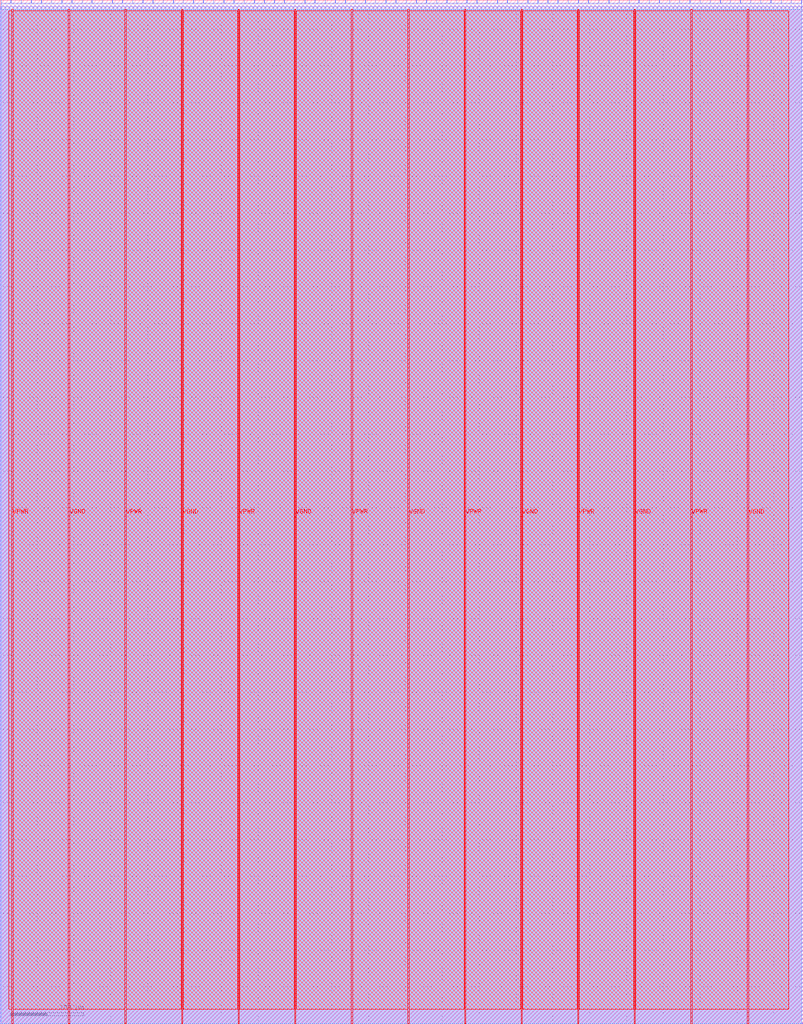
<source format=lef>
VERSION 5.7 ;
  NOWIREEXTENSIONATPIN ON ;
  DIVIDERCHAR "/" ;
  BUSBITCHARS "[]" ;
MACRO DFFRAM
  CLASS BLOCK ;
  FOREIGN DFFRAM ;
  ORIGIN 0.000 0.000 ;
  SIZE 1089.845 BY 1389.360 ;
  PIN A[0]
    DIRECTION INPUT ;
    USE SIGNAL ;
    PORT
      LAYER met2 ;
        RECT 440.960 1385.360 441.240 1389.360 ;
    END
  END A[0]
  PIN A[1]
    DIRECTION INPUT ;
    USE SIGNAL ;
    PORT
      LAYER met2 ;
        RECT 454.760 1385.360 455.040 1389.360 ;
    END
  END A[1]
  PIN A[2]
    DIRECTION INPUT ;
    USE SIGNAL ;
    PORT
      LAYER met2 ;
        RECT 468.560 1385.360 468.840 1389.360 ;
    END
  END A[2]
  PIN A[3]
    DIRECTION INPUT ;
    USE SIGNAL ;
    PORT
      LAYER met2 ;
        RECT 482.360 1385.360 482.640 1389.360 ;
    END
  END A[3]
  PIN A[4]
    DIRECTION INPUT ;
    USE SIGNAL ;
    PORT
      LAYER met2 ;
        RECT 495.700 1385.360 495.980 1389.360 ;
    END
  END A[4]
  PIN A[5]
    DIRECTION INPUT ;
    USE SIGNAL ;
    PORT
      LAYER met2 ;
        RECT 509.500 1385.360 509.780 1389.360 ;
    END
  END A[5]
  PIN A[6]
    DIRECTION INPUT ;
    USE SIGNAL ;
    PORT
      LAYER met2 ;
        RECT 523.300 1385.360 523.580 1389.360 ;
    END
  END A[6]
  PIN A[7]
    DIRECTION INPUT ;
    USE SIGNAL ;
    PORT
      LAYER met2 ;
        RECT 537.100 1385.360 537.380 1389.360 ;
    END
  END A[7]
  PIN A[8]
    DIRECTION INPUT ;
    USE SIGNAL ;
    PORT
      LAYER met2 ;
        RECT 550.900 1385.360 551.180 1389.360 ;
    END
  END A[8]
  PIN A[9]
    DIRECTION INPUT ;
    USE SIGNAL ;
    PORT
      LAYER met2 ;
        RECT 564.700 1385.360 564.980 1389.360 ;
    END
  END A[9]
  PIN CLK
    DIRECTION INPUT ;
    USE SIGNAL ;
    PORT
      LAYER met2 ;
        RECT 578.500 1385.360 578.780 1389.360 ;
    END
  END CLK
  PIN Di[0]
    DIRECTION INPUT ;
    USE SIGNAL ;
    PORT
      LAYER met2 ;
        RECT 660.840 1385.360 661.120 1389.360 ;
    END
  END Di[0]
  PIN Di[10]
    DIRECTION INPUT ;
    USE SIGNAL ;
    PORT
      LAYER met2 ;
        RECT 798.380 1385.360 798.660 1389.360 ;
    END
  END Di[10]
  PIN Di[11]
    DIRECTION INPUT ;
    USE SIGNAL ;
    PORT
      LAYER met2 ;
        RECT 812.180 1385.360 812.460 1389.360 ;
    END
  END Di[11]
  PIN Di[12]
    DIRECTION INPUT ;
    USE SIGNAL ;
    PORT
      LAYER met2 ;
        RECT 825.980 1385.360 826.260 1389.360 ;
    END
  END Di[12]
  PIN Di[13]
    DIRECTION INPUT ;
    USE SIGNAL ;
    PORT
      LAYER met2 ;
        RECT 839.780 1385.360 840.060 1389.360 ;
    END
  END Di[13]
  PIN Di[14]
    DIRECTION INPUT ;
    USE SIGNAL ;
    PORT
      LAYER met2 ;
        RECT 853.580 1385.360 853.860 1389.360 ;
    END
  END Di[14]
  PIN Di[15]
    DIRECTION INPUT ;
    USE SIGNAL ;
    PORT
      LAYER met2 ;
        RECT 866.920 1385.360 867.200 1389.360 ;
    END
  END Di[15]
  PIN Di[16]
    DIRECTION INPUT ;
    USE SIGNAL ;
    PORT
      LAYER met2 ;
        RECT 880.720 1385.360 881.000 1389.360 ;
    END
  END Di[16]
  PIN Di[17]
    DIRECTION INPUT ;
    USE SIGNAL ;
    PORT
      LAYER met2 ;
        RECT 894.520 1385.360 894.800 1389.360 ;
    END
  END Di[17]
  PIN Di[18]
    DIRECTION INPUT ;
    USE SIGNAL ;
    PORT
      LAYER met2 ;
        RECT 908.320 1385.360 908.600 1389.360 ;
    END
  END Di[18]
  PIN Di[19]
    DIRECTION INPUT ;
    USE SIGNAL ;
    PORT
      LAYER met2 ;
        RECT 922.120 1385.360 922.400 1389.360 ;
    END
  END Di[19]
  PIN Di[1]
    DIRECTION INPUT ;
    USE SIGNAL ;
    PORT
      LAYER met2 ;
        RECT 674.640 1385.360 674.920 1389.360 ;
    END
  END Di[1]
  PIN Di[20]
    DIRECTION INPUT ;
    USE SIGNAL ;
    PORT
      LAYER met2 ;
        RECT 935.920 1385.360 936.200 1389.360 ;
    END
  END Di[20]
  PIN Di[21]
    DIRECTION INPUT ;
    USE SIGNAL ;
    PORT
      LAYER met2 ;
        RECT 949.720 1385.360 950.000 1389.360 ;
    END
  END Di[21]
  PIN Di[22]
    DIRECTION INPUT ;
    USE SIGNAL ;
    PORT
      LAYER met2 ;
        RECT 963.520 1385.360 963.800 1389.360 ;
    END
  END Di[22]
  PIN Di[23]
    DIRECTION INPUT ;
    USE SIGNAL ;
    PORT
      LAYER met2 ;
        RECT 977.320 1385.360 977.600 1389.360 ;
    END
  END Di[23]
  PIN Di[24]
    DIRECTION INPUT ;
    USE SIGNAL ;
    PORT
      LAYER met2 ;
        RECT 990.660 1385.360 990.940 1389.360 ;
    END
  END Di[24]
  PIN Di[25]
    DIRECTION INPUT ;
    USE SIGNAL ;
    PORT
      LAYER met2 ;
        RECT 1004.460 1385.360 1004.740 1389.360 ;
    END
  END Di[25]
  PIN Di[26]
    DIRECTION INPUT ;
    USE SIGNAL ;
    PORT
      LAYER met2 ;
        RECT 1018.260 1385.360 1018.540 1389.360 ;
    END
  END Di[26]
  PIN Di[27]
    DIRECTION INPUT ;
    USE SIGNAL ;
    PORT
      LAYER met2 ;
        RECT 1032.060 1385.360 1032.340 1389.360 ;
    END
  END Di[27]
  PIN Di[28]
    DIRECTION INPUT ;
    USE SIGNAL ;
    PORT
      LAYER met2 ;
        RECT 1045.860 1385.360 1046.140 1389.360 ;
    END
  END Di[28]
  PIN Di[29]
    DIRECTION INPUT ;
    USE SIGNAL ;
    PORT
      LAYER met2 ;
        RECT 1059.660 1385.360 1059.940 1389.360 ;
    END
  END Di[29]
  PIN Di[2]
    DIRECTION INPUT ;
    USE SIGNAL ;
    PORT
      LAYER met2 ;
        RECT 688.440 1385.360 688.720 1389.360 ;
    END
  END Di[2]
  PIN Di[30]
    DIRECTION INPUT ;
    USE SIGNAL ;
    PORT
      LAYER met2 ;
        RECT 1073.460 1385.360 1073.740 1389.360 ;
    END
  END Di[30]
  PIN Di[31]
    DIRECTION INPUT ;
    USE SIGNAL ;
    PORT
      LAYER met2 ;
        RECT 1087.260 1385.360 1087.540 1389.360 ;
    END
  END Di[31]
  PIN Di[3]
    DIRECTION INPUT ;
    USE SIGNAL ;
    PORT
      LAYER met2 ;
        RECT 702.240 1385.360 702.520 1389.360 ;
    END
  END Di[3]
  PIN Di[4]
    DIRECTION INPUT ;
    USE SIGNAL ;
    PORT
      LAYER met2 ;
        RECT 716.040 1385.360 716.320 1389.360 ;
    END
  END Di[4]
  PIN Di[5]
    DIRECTION INPUT ;
    USE SIGNAL ;
    PORT
      LAYER met2 ;
        RECT 729.840 1385.360 730.120 1389.360 ;
    END
  END Di[5]
  PIN Di[6]
    DIRECTION INPUT ;
    USE SIGNAL ;
    PORT
      LAYER met2 ;
        RECT 743.180 1385.360 743.460 1389.360 ;
    END
  END Di[6]
  PIN Di[7]
    DIRECTION INPUT ;
    USE SIGNAL ;
    PORT
      LAYER met2 ;
        RECT 756.980 1385.360 757.260 1389.360 ;
    END
  END Di[7]
  PIN Di[8]
    DIRECTION INPUT ;
    USE SIGNAL ;
    PORT
      LAYER met2 ;
        RECT 770.780 1385.360 771.060 1389.360 ;
    END
  END Di[8]
  PIN Di[9]
    DIRECTION INPUT ;
    USE SIGNAL ;
    PORT
      LAYER met2 ;
        RECT 784.580 1385.360 784.860 1389.360 ;
    END
  END Di[9]
  PIN Do[0]
    DIRECTION OUTPUT TRISTATE ;
    USE SIGNAL ;
    PORT
      LAYER met2 ;
        RECT 1.200 1385.360 1.480 1389.360 ;
    END
  END Do[0]
  PIN Do[10]
    DIRECTION OUTPUT TRISTATE ;
    USE SIGNAL ;
    PORT
      LAYER met2 ;
        RECT 138.280 1385.360 138.560 1389.360 ;
    END
  END Do[10]
  PIN Do[11]
    DIRECTION OUTPUT TRISTATE ;
    USE SIGNAL ;
    PORT
      LAYER met2 ;
        RECT 152.080 1385.360 152.360 1389.360 ;
    END
  END Do[11]
  PIN Do[12]
    DIRECTION OUTPUT TRISTATE ;
    USE SIGNAL ;
    PORT
      LAYER met2 ;
        RECT 165.880 1385.360 166.160 1389.360 ;
    END
  END Do[12]
  PIN Do[13]
    DIRECTION OUTPUT TRISTATE ;
    USE SIGNAL ;
    PORT
      LAYER met2 ;
        RECT 179.680 1385.360 179.960 1389.360 ;
    END
  END Do[13]
  PIN Do[14]
    DIRECTION OUTPUT TRISTATE ;
    USE SIGNAL ;
    PORT
      LAYER met2 ;
        RECT 193.480 1385.360 193.760 1389.360 ;
    END
  END Do[14]
  PIN Do[15]
    DIRECTION OUTPUT TRISTATE ;
    USE SIGNAL ;
    PORT
      LAYER met2 ;
        RECT 207.280 1385.360 207.560 1389.360 ;
    END
  END Do[15]
  PIN Do[16]
    DIRECTION OUTPUT TRISTATE ;
    USE SIGNAL ;
    PORT
      LAYER met2 ;
        RECT 221.080 1385.360 221.360 1389.360 ;
    END
  END Do[16]
  PIN Do[17]
    DIRECTION OUTPUT TRISTATE ;
    USE SIGNAL ;
    PORT
      LAYER met2 ;
        RECT 234.880 1385.360 235.160 1389.360 ;
    END
  END Do[17]
  PIN Do[18]
    DIRECTION OUTPUT TRISTATE ;
    USE SIGNAL ;
    PORT
      LAYER met2 ;
        RECT 248.220 1385.360 248.500 1389.360 ;
    END
  END Do[18]
  PIN Do[19]
    DIRECTION OUTPUT TRISTATE ;
    USE SIGNAL ;
    PORT
      LAYER met2 ;
        RECT 262.020 1385.360 262.300 1389.360 ;
    END
  END Do[19]
  PIN Do[1]
    DIRECTION OUTPUT TRISTATE ;
    USE SIGNAL ;
    PORT
      LAYER met2 ;
        RECT 14.540 1385.360 14.820 1389.360 ;
    END
  END Do[1]
  PIN Do[20]
    DIRECTION OUTPUT TRISTATE ;
    USE SIGNAL ;
    PORT
      LAYER met2 ;
        RECT 275.820 1385.360 276.100 1389.360 ;
    END
  END Do[20]
  PIN Do[21]
    DIRECTION OUTPUT TRISTATE ;
    USE SIGNAL ;
    PORT
      LAYER met2 ;
        RECT 289.620 1385.360 289.900 1389.360 ;
    END
  END Do[21]
  PIN Do[22]
    DIRECTION OUTPUT TRISTATE ;
    USE SIGNAL ;
    PORT
      LAYER met2 ;
        RECT 303.420 1385.360 303.700 1389.360 ;
    END
  END Do[22]
  PIN Do[23]
    DIRECTION OUTPUT TRISTATE ;
    USE SIGNAL ;
    PORT
      LAYER met2 ;
        RECT 317.220 1385.360 317.500 1389.360 ;
    END
  END Do[23]
  PIN Do[24]
    DIRECTION OUTPUT TRISTATE ;
    USE SIGNAL ;
    PORT
      LAYER met2 ;
        RECT 331.020 1385.360 331.300 1389.360 ;
    END
  END Do[24]
  PIN Do[25]
    DIRECTION OUTPUT TRISTATE ;
    USE SIGNAL ;
    PORT
      LAYER met2 ;
        RECT 344.820 1385.360 345.100 1389.360 ;
    END
  END Do[25]
  PIN Do[26]
    DIRECTION OUTPUT TRISTATE ;
    USE SIGNAL ;
    PORT
      LAYER met2 ;
        RECT 358.620 1385.360 358.900 1389.360 ;
    END
  END Do[26]
  PIN Do[27]
    DIRECTION OUTPUT TRISTATE ;
    USE SIGNAL ;
    PORT
      LAYER met2 ;
        RECT 371.960 1385.360 372.240 1389.360 ;
    END
  END Do[27]
  PIN Do[28]
    DIRECTION OUTPUT TRISTATE ;
    USE SIGNAL ;
    PORT
      LAYER met2 ;
        RECT 385.760 1385.360 386.040 1389.360 ;
    END
  END Do[28]
  PIN Do[29]
    DIRECTION OUTPUT TRISTATE ;
    USE SIGNAL ;
    PORT
      LAYER met2 ;
        RECT 399.560 1385.360 399.840 1389.360 ;
    END
  END Do[29]
  PIN Do[2]
    DIRECTION OUTPUT TRISTATE ;
    USE SIGNAL ;
    PORT
      LAYER met2 ;
        RECT 28.340 1385.360 28.620 1389.360 ;
    END
  END Do[2]
  PIN Do[30]
    DIRECTION OUTPUT TRISTATE ;
    USE SIGNAL ;
    PORT
      LAYER met2 ;
        RECT 413.360 1385.360 413.640 1389.360 ;
    END
  END Do[30]
  PIN Do[31]
    DIRECTION OUTPUT TRISTATE ;
    USE SIGNAL ;
    PORT
      LAYER met2 ;
        RECT 427.160 1385.360 427.440 1389.360 ;
    END
  END Do[31]
  PIN Do[3]
    DIRECTION OUTPUT TRISTATE ;
    USE SIGNAL ;
    PORT
      LAYER met2 ;
        RECT 42.140 1385.360 42.420 1389.360 ;
    END
  END Do[3]
  PIN Do[4]
    DIRECTION OUTPUT TRISTATE ;
    USE SIGNAL ;
    PORT
      LAYER met2 ;
        RECT 55.940 1385.360 56.220 1389.360 ;
    END
  END Do[4]
  PIN Do[5]
    DIRECTION OUTPUT TRISTATE ;
    USE SIGNAL ;
    PORT
      LAYER met2 ;
        RECT 69.740 1385.360 70.020 1389.360 ;
    END
  END Do[5]
  PIN Do[6]
    DIRECTION OUTPUT TRISTATE ;
    USE SIGNAL ;
    PORT
      LAYER met2 ;
        RECT 83.540 1385.360 83.820 1389.360 ;
    END
  END Do[6]
  PIN Do[7]
    DIRECTION OUTPUT TRISTATE ;
    USE SIGNAL ;
    PORT
      LAYER met2 ;
        RECT 97.340 1385.360 97.620 1389.360 ;
    END
  END Do[7]
  PIN Do[8]
    DIRECTION OUTPUT TRISTATE ;
    USE SIGNAL ;
    PORT
      LAYER met2 ;
        RECT 111.140 1385.360 111.420 1389.360 ;
    END
  END Do[8]
  PIN Do[9]
    DIRECTION OUTPUT TRISTATE ;
    USE SIGNAL ;
    PORT
      LAYER met2 ;
        RECT 124.480 1385.360 124.760 1389.360 ;
    END
  END Do[9]
  PIN EN
    DIRECTION INPUT ;
    USE SIGNAL ;
    PORT
      LAYER met2 ;
        RECT 647.040 1385.360 647.320 1389.360 ;
    END
  END EN
  PIN WE[0]
    DIRECTION INPUT ;
    USE SIGNAL ;
    PORT
      LAYER met2 ;
        RECT 592.300 1385.360 592.580 1389.360 ;
    END
  END WE[0]
  PIN WE[1]
    DIRECTION INPUT ;
    USE SIGNAL ;
    PORT
      LAYER met2 ;
        RECT 606.100 1385.360 606.380 1389.360 ;
    END
  END WE[1]
  PIN WE[2]
    DIRECTION INPUT ;
    USE SIGNAL ;
    PORT
      LAYER met2 ;
        RECT 619.440 1385.360 619.720 1389.360 ;
    END
  END WE[2]
  PIN WE[3]
    DIRECTION INPUT ;
    USE SIGNAL ;
    PORT
      LAYER met2 ;
        RECT 633.240 1385.360 633.520 1389.360 ;
    END
  END WE[3]
  PIN VPWR
    DIRECTION INOUT ;
    USE POWER ;
    PORT
      LAYER met4 ;
        RECT 937.310 0.000 938.910 1376.800 ;
    END
  END VPWR
  PIN VPWR
    DIRECTION INOUT ;
    USE POWER ;
    PORT
      LAYER met4 ;
        RECT 783.710 0.000 785.310 1376.800 ;
    END
  END VPWR
  PIN VPWR
    DIRECTION INOUT ;
    USE POWER ;
    PORT
      LAYER met4 ;
        RECT 630.110 0.000 631.710 1376.800 ;
    END
  END VPWR
  PIN VPWR
    DIRECTION INOUT ;
    USE POWER ;
    PORT
      LAYER met4 ;
        RECT 476.510 0.000 478.110 1376.800 ;
    END
  END VPWR
  PIN VPWR
    DIRECTION INOUT ;
    USE POWER ;
    PORT
      LAYER met4 ;
        RECT 322.910 0.000 324.510 1376.800 ;
    END
  END VPWR
  PIN VPWR
    DIRECTION INOUT ;
    USE POWER ;
    PORT
      LAYER met4 ;
        RECT 169.310 0.000 170.910 1376.800 ;
    END
  END VPWR
  PIN VPWR
    DIRECTION INOUT ;
    USE POWER ;
    PORT
      LAYER met4 ;
        RECT 15.710 0.000 17.310 1376.800 ;
    END
  END VPWR
  PIN VGND
    DIRECTION INOUT ;
    USE GROUND ;
    PORT
      LAYER met4 ;
        RECT 1014.110 0.000 1015.710 1376.800 ;
    END
  END VGND
  PIN VGND
    DIRECTION INOUT ;
    USE GROUND ;
    PORT
      LAYER met4 ;
        RECT 860.510 0.000 862.110 1376.800 ;
    END
  END VGND
  PIN VGND
    DIRECTION INOUT ;
    USE GROUND ;
    PORT
      LAYER met4 ;
        RECT 706.910 0.000 708.510 1376.800 ;
    END
  END VGND
  PIN VGND
    DIRECTION INOUT ;
    USE GROUND ;
    PORT
      LAYER met4 ;
        RECT 553.310 0.000 554.910 1376.800 ;
    END
  END VGND
  PIN VGND
    DIRECTION INOUT ;
    USE GROUND ;
    PORT
      LAYER met4 ;
        RECT 399.710 0.000 401.310 1376.800 ;
    END
  END VGND
  PIN VGND
    DIRECTION INOUT ;
    USE GROUND ;
    PORT
      LAYER met4 ;
        RECT 246.110 0.000 247.710 1376.800 ;
    END
  END VGND
  PIN VGND
    DIRECTION INOUT ;
    USE GROUND ;
    PORT
      LAYER met4 ;
        RECT 92.510 0.000 94.110 1376.800 ;
    END
  END VGND
  OBS
      LAYER li1 ;
        RECT 0.190 0.155 1089.785 1376.645 ;
      LAYER met1 ;
        RECT 0.190 0.000 1089.845 1380.260 ;
      LAYER met2 ;
        RECT 1.760 1385.080 14.260 1385.360 ;
        RECT 15.100 1385.080 28.060 1385.360 ;
        RECT 28.900 1385.080 41.860 1385.360 ;
        RECT 42.700 1385.080 55.660 1385.360 ;
        RECT 56.500 1385.080 69.460 1385.360 ;
        RECT 70.300 1385.080 83.260 1385.360 ;
        RECT 84.100 1385.080 97.060 1385.360 ;
        RECT 97.900 1385.080 110.860 1385.360 ;
        RECT 111.700 1385.080 124.200 1385.360 ;
        RECT 125.040 1385.080 138.000 1385.360 ;
        RECT 138.840 1385.080 151.800 1385.360 ;
        RECT 152.640 1385.080 165.600 1385.360 ;
        RECT 166.440 1385.080 179.400 1385.360 ;
        RECT 180.240 1385.080 193.200 1385.360 ;
        RECT 194.040 1385.080 207.000 1385.360 ;
        RECT 207.840 1385.080 220.800 1385.360 ;
        RECT 221.640 1385.080 234.600 1385.360 ;
        RECT 235.440 1385.080 247.940 1385.360 ;
        RECT 248.780 1385.080 261.740 1385.360 ;
        RECT 262.580 1385.080 275.540 1385.360 ;
        RECT 276.380 1385.080 289.340 1385.360 ;
        RECT 290.180 1385.080 303.140 1385.360 ;
        RECT 303.980 1385.080 316.940 1385.360 ;
        RECT 317.780 1385.080 330.740 1385.360 ;
        RECT 331.580 1385.080 344.540 1385.360 ;
        RECT 345.380 1385.080 358.340 1385.360 ;
        RECT 359.180 1385.080 371.680 1385.360 ;
        RECT 372.520 1385.080 385.480 1385.360 ;
        RECT 386.320 1385.080 399.280 1385.360 ;
        RECT 400.120 1385.080 413.080 1385.360 ;
        RECT 413.920 1385.080 426.880 1385.360 ;
        RECT 427.720 1385.080 440.680 1385.360 ;
        RECT 441.520 1385.080 454.480 1385.360 ;
        RECT 455.320 1385.080 468.280 1385.360 ;
        RECT 469.120 1385.080 482.080 1385.360 ;
        RECT 482.920 1385.080 495.420 1385.360 ;
        RECT 496.260 1385.080 509.220 1385.360 ;
        RECT 510.060 1385.080 523.020 1385.360 ;
        RECT 523.860 1385.080 536.820 1385.360 ;
        RECT 537.660 1385.080 550.620 1385.360 ;
        RECT 551.460 1385.080 564.420 1385.360 ;
        RECT 565.260 1385.080 578.220 1385.360 ;
        RECT 579.060 1385.080 592.020 1385.360 ;
        RECT 592.860 1385.080 605.820 1385.360 ;
        RECT 606.660 1385.080 619.160 1385.360 ;
        RECT 620.000 1385.080 632.960 1385.360 ;
        RECT 633.800 1385.080 646.760 1385.360 ;
        RECT 647.600 1385.080 660.560 1385.360 ;
        RECT 661.400 1385.080 674.360 1385.360 ;
        RECT 675.200 1385.080 688.160 1385.360 ;
        RECT 689.000 1385.080 701.960 1385.360 ;
        RECT 702.800 1385.080 715.760 1385.360 ;
        RECT 716.600 1385.080 729.560 1385.360 ;
        RECT 730.400 1385.080 742.900 1385.360 ;
        RECT 743.740 1385.080 756.700 1385.360 ;
        RECT 757.540 1385.080 770.500 1385.360 ;
        RECT 771.340 1385.080 784.300 1385.360 ;
        RECT 785.140 1385.080 798.100 1385.360 ;
        RECT 798.940 1385.080 811.900 1385.360 ;
        RECT 812.740 1385.080 825.700 1385.360 ;
        RECT 826.540 1385.080 839.500 1385.360 ;
        RECT 840.340 1385.080 853.300 1385.360 ;
        RECT 854.140 1385.080 866.640 1385.360 ;
        RECT 867.480 1385.080 880.440 1385.360 ;
        RECT 881.280 1385.080 894.240 1385.360 ;
        RECT 895.080 1385.080 908.040 1385.360 ;
        RECT 908.880 1385.080 921.840 1385.360 ;
        RECT 922.680 1385.080 935.640 1385.360 ;
        RECT 936.480 1385.080 949.440 1385.360 ;
        RECT 950.280 1385.080 963.240 1385.360 ;
        RECT 964.080 1385.080 977.040 1385.360 ;
        RECT 977.880 1385.080 990.380 1385.360 ;
        RECT 991.220 1385.080 1004.180 1385.360 ;
        RECT 1005.020 1385.080 1017.980 1385.360 ;
        RECT 1018.820 1385.080 1031.780 1385.360 ;
        RECT 1032.620 1385.080 1045.580 1385.360 ;
        RECT 1046.420 1385.080 1059.380 1385.360 ;
        RECT 1060.220 1385.080 1073.180 1385.360 ;
        RECT 1074.020 1385.080 1086.980 1385.360 ;
        RECT 1087.820 1385.080 1088.000 1385.360 ;
        RECT 1.210 0.000 1088.000 1385.080 ;
      LAYER met3 ;
        RECT 1.635 0.075 1088.025 1376.725 ;
      LAYER met4 ;
        RECT 11.525 19.455 15.310 1375.025 ;
        RECT 17.710 19.455 92.110 1375.025 ;
        RECT 94.510 19.455 168.910 1375.025 ;
        RECT 171.310 19.455 245.710 1375.025 ;
        RECT 248.110 19.455 322.510 1375.025 ;
        RECT 324.910 19.455 399.310 1375.025 ;
        RECT 401.710 19.455 476.110 1375.025 ;
        RECT 478.510 19.455 552.910 1375.025 ;
        RECT 555.310 19.455 629.710 1375.025 ;
        RECT 632.110 19.455 706.510 1375.025 ;
        RECT 708.910 19.455 783.310 1375.025 ;
        RECT 785.710 19.455 860.110 1375.025 ;
        RECT 862.510 19.455 936.910 1375.025 ;
        RECT 939.310 19.455 1013.710 1375.025 ;
        RECT 1016.110 19.455 1069.855 1375.025 ;
  END
END DFFRAM
END LIBRARY


</source>
